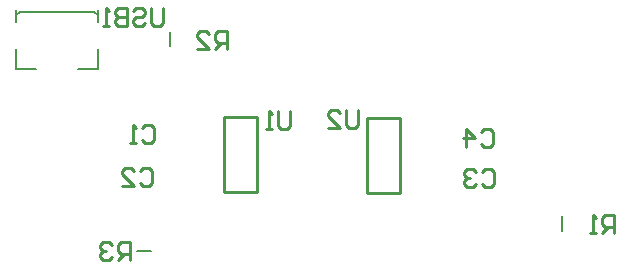
<source format=gbo>
%FSLAX25Y25*%
%MOIN*%
G70*
G01*
G75*
G04 Layer_Color=32896*
%ADD10R,0.05906X0.05906*%
%ADD11C,0.05906*%
%ADD12R,0.05906X0.05906*%
%ADD13O,0.17716X0.07874*%
%ADD14O,0.15748X0.07874*%
%ADD15O,0.07874X0.15748*%
%ADD16C,0.05906*%
%ADD17C,0.03150*%
%ADD18C,0.01969*%
%ADD19O,0.05906X0.09055*%
%ADD20R,0.05906X0.12598*%
%ADD21R,0.07874X0.03937*%
%ADD22R,0.03543X0.03150*%
%ADD23R,0.06102X0.06102*%
%ADD24O,0.01575X0.06299*%
%ADD25R,0.01575X0.06299*%
%ADD26R,0.11811X0.05906*%
%ADD27R,0.04724X0.05512*%
%ADD28R,0.05512X0.04724*%
%ADD29C,0.01181*%
%ADD30C,0.03937*%
%ADD31C,0.02362*%
%ADD32C,0.03150*%
%ADD33C,0.01575*%
%ADD34C,0.01000*%
%ADD35C,0.00787*%
%ADD36C,0.00800*%
%ADD37C,0.00591*%
%ADD38R,0.06706X0.06706*%
%ADD39C,0.06706*%
%ADD40R,0.06706X0.06706*%
%ADD41O,0.18517X0.08674*%
%ADD42O,0.16548X0.08674*%
%ADD43O,0.08674X0.16548*%
%ADD44C,0.06706*%
%ADD45C,0.03950*%
%ADD46C,0.02769*%
%ADD47O,0.06706X0.09855*%
%ADD48R,0.06706X0.13398*%
%ADD49R,0.08674X0.04737*%
%ADD50R,0.04343X0.03950*%
%ADD51R,0.06902X0.06902*%
%ADD52O,0.02375X0.07099*%
%ADD53R,0.02375X0.07099*%
%ADD54R,0.12611X0.06706*%
%ADD55R,0.05524X0.06312*%
%ADD56R,0.06312X0.05524*%
D34*
X380200Y274914D02*
X391200D01*
X380200D02*
Y299914D01*
X391200D01*
Y274914D02*
Y299914D01*
X427600Y299686D02*
X438600D01*
Y274686D02*
Y299686D01*
X427600Y274686D02*
X438600D01*
X427600D02*
Y299686D01*
X424900Y302198D02*
Y297200D01*
X423900Y296200D01*
X421901D01*
X420901Y297200D01*
Y302198D01*
X414903Y296200D02*
X418902D01*
X414903Y300199D01*
Y301198D01*
X415903Y302198D01*
X417902D01*
X418902Y301198D01*
X402100Y302098D02*
Y297100D01*
X401100Y296100D01*
X399101D01*
X398101Y297100D01*
Y302098D01*
X396102Y296100D02*
X394103D01*
X395102D01*
Y302098D01*
X396102Y301098D01*
X465801Y294898D02*
X466801Y295898D01*
X468800D01*
X469800Y294898D01*
Y290900D01*
X468800Y289900D01*
X466801D01*
X465801Y290900D01*
X460803Y289900D02*
Y295898D01*
X463802Y292899D01*
X459803D01*
X466101Y281598D02*
X467101Y282598D01*
X469100D01*
X470100Y281598D01*
Y277600D01*
X469100Y276600D01*
X467101D01*
X466101Y277600D01*
X464102Y281598D02*
X463102Y282598D01*
X461103D01*
X460103Y281598D01*
Y280599D01*
X461103Y279599D01*
X462103D01*
X461103D01*
X460103Y278599D01*
Y277600D01*
X461103Y276600D01*
X463102D01*
X464102Y277600D01*
X352101Y281998D02*
X353101Y282998D01*
X355100D01*
X356100Y281998D01*
Y278000D01*
X355100Y277000D01*
X353101D01*
X352101Y278000D01*
X346103Y277000D02*
X350102D01*
X346103Y280999D01*
Y281998D01*
X347103Y282998D01*
X349102D01*
X350102Y281998D01*
X352601Y296498D02*
X353601Y297498D01*
X355600D01*
X356600Y296498D01*
Y292500D01*
X355600Y291500D01*
X353601D01*
X352601Y292500D01*
X350602Y291500D02*
X348603D01*
X349602D01*
Y297498D01*
X350602Y296498D01*
X510100Y261200D02*
Y267198D01*
X507101D01*
X506101Y266198D01*
Y264199D01*
X507101Y263199D01*
X510100D01*
X508101D02*
X506101Y261200D01*
X504102D02*
X502103D01*
X503102D01*
Y267198D01*
X504102Y266198D01*
X381200Y322800D02*
Y328798D01*
X378201D01*
X377201Y327798D01*
Y325799D01*
X378201Y324799D01*
X381200D01*
X379201D02*
X377201Y322800D01*
X371203D02*
X375202D01*
X371203Y326799D01*
Y327798D01*
X372203Y328798D01*
X374202D01*
X375202Y327798D01*
X348600Y252300D02*
Y258298D01*
X345601D01*
X344601Y257298D01*
Y255299D01*
X345601Y254299D01*
X348600D01*
X346601D02*
X344601Y252300D01*
X342602Y257298D02*
X341602Y258298D01*
X339603D01*
X338603Y257298D01*
Y256299D01*
X339603Y255299D01*
X340603D01*
X339603D01*
X338603Y254299D01*
Y253300D01*
X339603Y252300D01*
X341602D01*
X342602Y253300D01*
X359700Y336398D02*
Y331400D01*
X358700Y330400D01*
X356701D01*
X355701Y331400D01*
Y336398D01*
X349703Y335398D02*
X350703Y336398D01*
X352702D01*
X353702Y335398D01*
Y334399D01*
X352702Y333399D01*
X350703D01*
X349703Y332399D01*
Y331400D01*
X350703Y330400D01*
X352702D01*
X353702Y331400D01*
X347704Y336398D02*
Y330400D01*
X344705D01*
X343705Y331400D01*
Y332399D01*
X344705Y333399D01*
X347704D01*
X344705D01*
X343705Y334399D01*
Y335398D01*
X344705Y336398D01*
X347704D01*
X341706Y330400D02*
X339706D01*
X340706D01*
Y336398D01*
X341706Y335398D01*
D35*
X331418Y315900D02*
X338001D01*
X310835D02*
X317418D01*
X310835D02*
Y322743D01*
Y331743D02*
Y335585D01*
X338001Y331743D02*
Y335585D01*
Y315900D02*
Y322743D01*
X362100Y323738D02*
Y328462D01*
X351038Y255300D02*
X355762D01*
X492800Y262138D02*
Y266862D01*
D36*
X336906Y334995D02*
X338001Y333900D01*
X312493Y334995D02*
X336906D01*
X310835Y333900D02*
X311930Y334995D01*
X312493D01*
M02*

</source>
